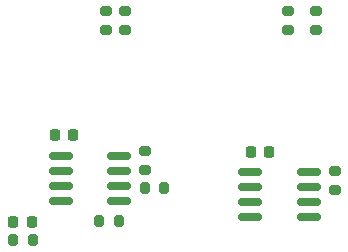
<source format=gbr>
%TF.GenerationSoftware,KiCad,Pcbnew,8.0.1*%
%TF.CreationDate,2024-08-08T22:12:17-07:00*%
%TF.ProjectId,spi_ethernet_mcu_side,7370695f-6574-4686-9572-6e65745f6d63,rev?*%
%TF.SameCoordinates,Original*%
%TF.FileFunction,Paste,Top*%
%TF.FilePolarity,Positive*%
%FSLAX46Y46*%
G04 Gerber Fmt 4.6, Leading zero omitted, Abs format (unit mm)*
G04 Created by KiCad (PCBNEW 8.0.1) date 2024-08-08 22:12:17*
%MOMM*%
%LPD*%
G01*
G04 APERTURE LIST*
G04 Aperture macros list*
%AMRoundRect*
0 Rectangle with rounded corners*
0 $1 Rounding radius*
0 $2 $3 $4 $5 $6 $7 $8 $9 X,Y pos of 4 corners*
0 Add a 4 corners polygon primitive as box body*
4,1,4,$2,$3,$4,$5,$6,$7,$8,$9,$2,$3,0*
0 Add four circle primitives for the rounded corners*
1,1,$1+$1,$2,$3*
1,1,$1+$1,$4,$5*
1,1,$1+$1,$6,$7*
1,1,$1+$1,$8,$9*
0 Add four rect primitives between the rounded corners*
20,1,$1+$1,$2,$3,$4,$5,0*
20,1,$1+$1,$4,$5,$6,$7,0*
20,1,$1+$1,$6,$7,$8,$9,0*
20,1,$1+$1,$8,$9,$2,$3,0*%
G04 Aperture macros list end*
%ADD10RoundRect,0.200000X0.200000X0.275000X-0.200000X0.275000X-0.200000X-0.275000X0.200000X-0.275000X0*%
%ADD11RoundRect,0.218750X-0.218750X-0.256250X0.218750X-0.256250X0.218750X0.256250X-0.218750X0.256250X0*%
%ADD12RoundRect,0.200000X-0.275000X0.200000X-0.275000X-0.200000X0.275000X-0.200000X0.275000X0.200000X0*%
%ADD13RoundRect,0.200000X0.275000X-0.200000X0.275000X0.200000X-0.275000X0.200000X-0.275000X-0.200000X0*%
%ADD14RoundRect,0.225000X-0.225000X-0.250000X0.225000X-0.250000X0.225000X0.250000X-0.225000X0.250000X0*%
%ADD15RoundRect,0.150000X-0.825000X-0.150000X0.825000X-0.150000X0.825000X0.150000X-0.825000X0.150000X0*%
G04 APERTURE END LIST*
D10*
%TO.C,R8*%
X116903000Y-92202000D03*
X115253000Y-92202000D03*
%TD*%
D11*
%TO.C,D1*%
X115265000Y-90678000D03*
X116840000Y-90678000D03*
%TD*%
D12*
%TO.C,R2*%
X126441200Y-84607400D03*
X126441200Y-86257400D03*
%TD*%
D13*
%TO.C,R6*%
X138482800Y-74422000D03*
X138482800Y-72772000D03*
%TD*%
D14*
%TO.C,C2*%
X135356600Y-84734400D03*
X136906600Y-84734400D03*
%TD*%
D15*
%TO.C,U1*%
X119267200Y-85078800D03*
X119267200Y-86348800D03*
X119267200Y-87618800D03*
X119267200Y-88888800D03*
X124217200Y-88888800D03*
X124217200Y-87618800D03*
X124217200Y-86348800D03*
X124217200Y-85078800D03*
%TD*%
D12*
%TO.C,R4*%
X123139200Y-72772000D03*
X123139200Y-74422000D03*
%TD*%
D10*
%TO.C,R5*%
X128016000Y-87757000D03*
X126366000Y-87757000D03*
%TD*%
D14*
%TO.C,C1*%
X118770400Y-83312000D03*
X120320400Y-83312000D03*
%TD*%
D12*
%TO.C,R1*%
X140843000Y-72772000D03*
X140843000Y-74422000D03*
%TD*%
D10*
%TO.C,R3*%
X124192800Y-90601800D03*
X122542800Y-90601800D03*
%TD*%
D12*
%TO.C,R9*%
X142468600Y-86297000D03*
X142468600Y-87947000D03*
%TD*%
D15*
%TO.C,U2*%
X135331200Y-86436200D03*
X135331200Y-87706200D03*
X135331200Y-88976200D03*
X135331200Y-90246200D03*
X140281200Y-90246200D03*
X140281200Y-88976200D03*
X140281200Y-87706200D03*
X140281200Y-86436200D03*
%TD*%
D13*
%TO.C,R7*%
X124688600Y-74422000D03*
X124688600Y-72772000D03*
%TD*%
M02*

</source>
